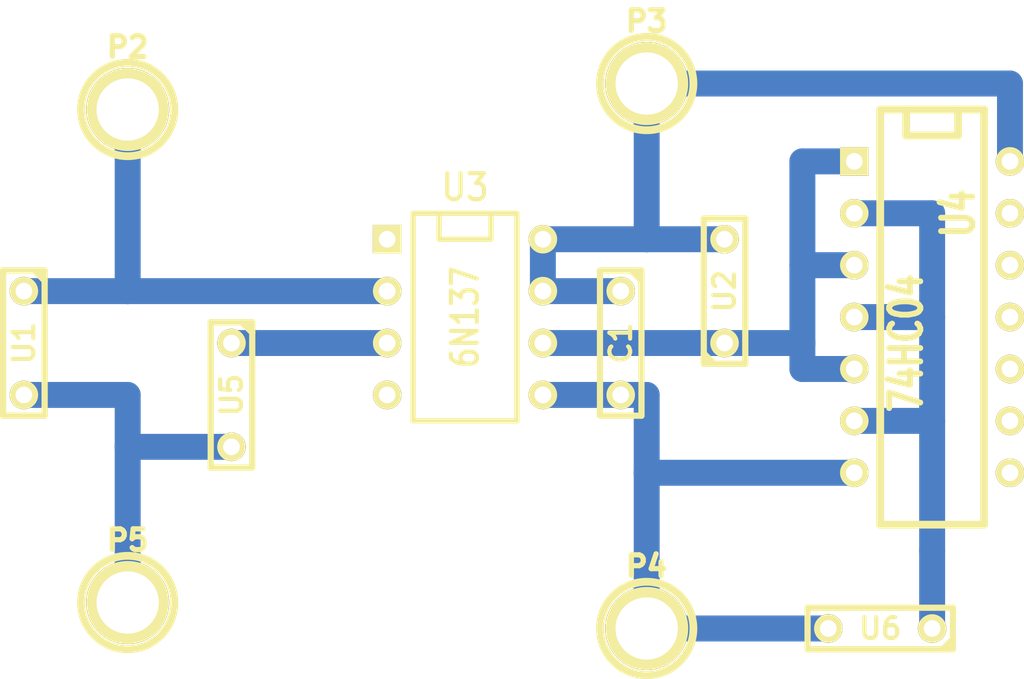
<source format=kicad_pcb>
(kicad_pcb (version 3) (host pcbnew "(2013-07-07 BZR 4022)-stable")

  (general
    (links 21)
    (no_connects 0)
    (area 44.297599 25.273 94.9325 59.563)
    (thickness 1.6)
    (drawings 0)
    (tracks 38)
    (zones 0)
    (modules 11)
    (nets 8)
  )

  (page A3)
  (layers
    (15 F.Cu signal)
    (0 B.Cu signal)
    (16 B.Adhes user)
    (17 F.Adhes user)
    (18 B.Paste user)
    (19 F.Paste user)
    (20 B.SilkS user)
    (21 F.SilkS user)
    (22 B.Mask user)
    (23 F.Mask user)
    (24 Dwgs.User user)
    (25 Cmts.User user)
    (26 Eco1.User user)
    (27 Eco2.User user)
    (28 Edge.Cuts user)
  )

  (setup
    (last_trace_width 1.27)
    (user_trace_width 1.27)
    (trace_clearance 0.254)
    (zone_clearance 0.508)
    (zone_45_only no)
    (trace_min 0.254)
    (segment_width 0.2)
    (edge_width 0.1)
    (via_size 0.889)
    (via_drill 0.635)
    (via_min_size 0.889)
    (via_min_drill 0.508)
    (uvia_size 0.508)
    (uvia_drill 0.127)
    (uvias_allowed no)
    (uvia_min_size 0.508)
    (uvia_min_drill 0.127)
    (pcb_text_width 0.3)
    (pcb_text_size 1.5 1.5)
    (mod_edge_width 0.15)
    (mod_text_size 1 1)
    (mod_text_width 0.15)
    (pad_size 1.5 1.5)
    (pad_drill 0.6)
    (pad_to_mask_clearance 0)
    (aux_axis_origin 0 0)
    (visible_elements 7FFFFFFF)
    (pcbplotparams
      (layerselection 3178497)
      (usegerberextensions true)
      (excludeedgelayer true)
      (linewidth 0.150000)
      (plotframeref false)
      (viasonmask false)
      (mode 1)
      (useauxorigin false)
      (hpglpennumber 1)
      (hpglpenspeed 20)
      (hpglpendiameter 15)
      (hpglpenoverlay 2)
      (psnegative false)
      (psa4output false)
      (plotreference true)
      (plotvalue true)
      (plotothertext true)
      (plotinvisibletext false)
      (padsonsilk false)
      (subtractmaskfromsilk false)
      (outputformat 1)
      (mirror false)
      (drillshape 1)
      (scaleselection 1)
      (outputdirectory ""))
  )

  (net 0 "")
  (net 1 "/GPIF (+3.3V)")
  (net 2 GND)
  (net 3 GNDPWR)
  (net 4 N-000001)
  (net 5 N-0000010)
  (net 6 N-000003)
  (net 7 VCC)

  (net_class Default "This is the default net class."
    (clearance 0.254)
    (trace_width 0.254)
    (via_dia 0.889)
    (via_drill 0.635)
    (uvia_dia 0.508)
    (uvia_drill 0.127)
    (add_net "")
    (add_net "/GPIF (+3.3V)")
    (add_net GND)
    (add_net GNDPWR)
    (add_net N-000001)
    (add_net N-0000010)
    (add_net N-000003)
    (add_net VCC)
  )

  (module DIP-8__300 (layer F.Cu) (tedit 43A7F843) (tstamp 53459900)
    (at 67.31 40.64 270)
    (descr "8 pins DIL package, round pads")
    (tags DIL)
    (path /5341E4CE)
    (fp_text reference U3 (at -6.35 0 360) (layer F.SilkS)
      (effects (font (size 1.27 1.143) (thickness 0.2032)))
    )
    (fp_text value 6N137 (at 0 0 270) (layer F.SilkS)
      (effects (font (size 1.27 1.016) (thickness 0.2032)))
    )
    (fp_line (start -5.08 -1.27) (end -3.81 -1.27) (layer F.SilkS) (width 0.254))
    (fp_line (start -3.81 -1.27) (end -3.81 1.27) (layer F.SilkS) (width 0.254))
    (fp_line (start -3.81 1.27) (end -5.08 1.27) (layer F.SilkS) (width 0.254))
    (fp_line (start -5.08 -2.54) (end 5.08 -2.54) (layer F.SilkS) (width 0.254))
    (fp_line (start 5.08 -2.54) (end 5.08 2.54) (layer F.SilkS) (width 0.254))
    (fp_line (start 5.08 2.54) (end -5.08 2.54) (layer F.SilkS) (width 0.254))
    (fp_line (start -5.08 2.54) (end -5.08 -2.54) (layer F.SilkS) (width 0.254))
    (pad 1 thru_hole rect (at -3.81 3.81 270) (size 1.397 1.397) (drill 0.8128)
      (layers *.Cu *.Mask F.SilkS)
    )
    (pad 2 thru_hole circle (at -1.27 3.81 270) (size 1.397 1.397) (drill 0.8128)
      (layers *.Cu *.Mask F.SilkS)
      (net 1 "/GPIF (+3.3V)")
    )
    (pad 3 thru_hole circle (at 1.27 3.81 270) (size 1.397 1.397) (drill 0.8128)
      (layers *.Cu *.Mask F.SilkS)
      (net 4 N-000001)
    )
    (pad 4 thru_hole circle (at 3.81 3.81 270) (size 1.397 1.397) (drill 0.8128)
      (layers *.Cu *.Mask F.SilkS)
    )
    (pad 5 thru_hole circle (at 3.81 -3.81 270) (size 1.397 1.397) (drill 0.8128)
      (layers *.Cu *.Mask F.SilkS)
      (net 2 GND)
    )
    (pad 6 thru_hole circle (at 1.27 -3.81 270) (size 1.397 1.397) (drill 0.8128)
      (layers *.Cu *.Mask F.SilkS)
      (net 5 N-0000010)
    )
    (pad 7 thru_hole circle (at -1.27 -3.81 270) (size 1.397 1.397) (drill 0.8128)
      (layers *.Cu *.Mask F.SilkS)
      (net 7 VCC)
    )
    (pad 8 thru_hole circle (at -3.81 -3.81 270) (size 1.397 1.397) (drill 0.8128)
      (layers *.Cu *.Mask F.SilkS)
      (net 7 VCC)
    )
    (model dil/dil_8.wrl
      (at (xyz 0 0 0))
      (scale (xyz 1 1 1))
      (rotate (xyz 0 0 0))
    )
  )

  (module DIP-14__300 (layer F.Cu) (tedit 200000) (tstamp 53459919)
    (at 90.17 40.64 270)
    (descr "14 pins DIL package, round pads")
    (tags DIL)
    (path /5341F9FA)
    (fp_text reference U4 (at -5.08 -1.27 270) (layer F.SilkS)
      (effects (font (size 1.524 1.143) (thickness 0.3048)))
    )
    (fp_text value 74HC04 (at 1.27 1.27 270) (layer F.SilkS)
      (effects (font (size 1.524 1.143) (thickness 0.3048)))
    )
    (fp_line (start -10.16 -2.54) (end 10.16 -2.54) (layer F.SilkS) (width 0.381))
    (fp_line (start 10.16 2.54) (end -10.16 2.54) (layer F.SilkS) (width 0.381))
    (fp_line (start -10.16 2.54) (end -10.16 -2.54) (layer F.SilkS) (width 0.381))
    (fp_line (start -10.16 -1.27) (end -8.89 -1.27) (layer F.SilkS) (width 0.381))
    (fp_line (start -8.89 -1.27) (end -8.89 1.27) (layer F.SilkS) (width 0.381))
    (fp_line (start -8.89 1.27) (end -10.16 1.27) (layer F.SilkS) (width 0.381))
    (fp_line (start 10.16 -2.54) (end 10.16 2.54) (layer F.SilkS) (width 0.381))
    (pad 1 thru_hole rect (at -7.62 3.81 270) (size 1.397 1.397) (drill 0.8128)
      (layers *.Cu *.Mask F.SilkS)
      (net 5 N-0000010)
    )
    (pad 2 thru_hole circle (at -5.08 3.81 270) (size 1.397 1.397) (drill 0.8128)
      (layers *.Cu *.Mask F.SilkS)
      (net 6 N-000003)
    )
    (pad 3 thru_hole circle (at -2.54 3.81 270) (size 1.397 1.397) (drill 0.8128)
      (layers *.Cu *.Mask F.SilkS)
      (net 5 N-0000010)
    )
    (pad 4 thru_hole circle (at 0 3.81 270) (size 1.397 1.397) (drill 0.8128)
      (layers *.Cu *.Mask F.SilkS)
      (net 6 N-000003)
    )
    (pad 5 thru_hole circle (at 2.54 3.81 270) (size 1.397 1.397) (drill 0.8128)
      (layers *.Cu *.Mask F.SilkS)
      (net 5 N-0000010)
    )
    (pad 6 thru_hole circle (at 5.08 3.81 270) (size 1.397 1.397) (drill 0.8128)
      (layers *.Cu *.Mask F.SilkS)
      (net 6 N-000003)
    )
    (pad 7 thru_hole circle (at 7.62 3.81 270) (size 1.397 1.397) (drill 0.8128)
      (layers *.Cu *.Mask F.SilkS)
      (net 2 GND)
    )
    (pad 8 thru_hole circle (at 7.62 -3.81 270) (size 1.397 1.397) (drill 0.8128)
      (layers *.Cu *.Mask F.SilkS)
    )
    (pad 9 thru_hole circle (at 5.08 -3.81 270) (size 1.397 1.397) (drill 0.8128)
      (layers *.Cu *.Mask F.SilkS)
    )
    (pad 10 thru_hole circle (at 2.54 -3.81 270) (size 1.397 1.397) (drill 0.8128)
      (layers *.Cu *.Mask F.SilkS)
    )
    (pad 11 thru_hole circle (at 0 -3.81 270) (size 1.397 1.397) (drill 0.8128)
      (layers *.Cu *.Mask F.SilkS)
    )
    (pad 12 thru_hole circle (at -2.54 -3.81 270) (size 1.397 1.397) (drill 0.8128)
      (layers *.Cu *.Mask F.SilkS)
    )
    (pad 13 thru_hole circle (at -5.08 -3.81 270) (size 1.397 1.397) (drill 0.8128)
      (layers *.Cu *.Mask F.SilkS)
    )
    (pad 14 thru_hole circle (at -7.62 -3.81 270) (size 1.397 1.397) (drill 0.8128)
      (layers *.Cu *.Mask F.SilkS)
      (net 7 VCC)
    )
    (model dil/dil_14.wrl
      (at (xyz 0 0 0))
      (scale (xyz 1 1 1))
      (rotate (xyz 0 0 0))
    )
  )

  (module C2 (layer F.Cu) (tedit 200000) (tstamp 53459924)
    (at 74.93 41.91 270)
    (descr "Condensateur = 2 pas")
    (tags C)
    (path /5341F87D)
    (fp_text reference C1 (at 0 0 270) (layer F.SilkS)
      (effects (font (size 1.016 1.016) (thickness 0.2032)))
    )
    (fp_text value 0.1u (at 0 0 270) (layer F.SilkS) hide
      (effects (font (size 1.016 1.016) (thickness 0.2032)))
    )
    (fp_line (start -3.556 -1.016) (end 3.556 -1.016) (layer F.SilkS) (width 0.3048))
    (fp_line (start 3.556 -1.016) (end 3.556 1.016) (layer F.SilkS) (width 0.3048))
    (fp_line (start 3.556 1.016) (end -3.556 1.016) (layer F.SilkS) (width 0.3048))
    (fp_line (start -3.556 1.016) (end -3.556 -1.016) (layer F.SilkS) (width 0.3048))
    (fp_line (start -3.556 -0.508) (end -3.048 -1.016) (layer F.SilkS) (width 0.3048))
    (pad 1 thru_hole circle (at -2.54 0 270) (size 1.397 1.397) (drill 0.8128)
      (layers *.Cu *.Mask F.SilkS)
      (net 7 VCC)
    )
    (pad 2 thru_hole circle (at 2.54 0 270) (size 1.397 1.397) (drill 0.8128)
      (layers *.Cu *.Mask F.SilkS)
      (net 2 GND)
    )
    (model discret/capa_2pas_5x5mm.wrl
      (at (xyz 0 0 0))
      (scale (xyz 1 1 1))
      (rotate (xyz 0 0 0))
    )
  )

  (module C2 (layer F.Cu) (tedit 200000) (tstamp 5345992F)
    (at 80.01 39.37 90)
    (descr "Condensateur = 2 pas")
    (tags C)
    (path /5341FB11)
    (fp_text reference U2 (at 0 0 90) (layer F.SilkS)
      (effects (font (size 1.016 1.016) (thickness 0.2032)))
    )
    (fp_text value R_Pull-up (at 0 0 90) (layer F.SilkS) hide
      (effects (font (size 1.016 1.016) (thickness 0.2032)))
    )
    (fp_line (start -3.556 -1.016) (end 3.556 -1.016) (layer F.SilkS) (width 0.3048))
    (fp_line (start 3.556 -1.016) (end 3.556 1.016) (layer F.SilkS) (width 0.3048))
    (fp_line (start 3.556 1.016) (end -3.556 1.016) (layer F.SilkS) (width 0.3048))
    (fp_line (start -3.556 1.016) (end -3.556 -1.016) (layer F.SilkS) (width 0.3048))
    (fp_line (start -3.556 -0.508) (end -3.048 -1.016) (layer F.SilkS) (width 0.3048))
    (pad 1 thru_hole circle (at -2.54 0 90) (size 1.397 1.397) (drill 0.8128)
      (layers *.Cu *.Mask F.SilkS)
      (net 5 N-0000010)
    )
    (pad 2 thru_hole circle (at 2.54 0 90) (size 1.397 1.397) (drill 0.8128)
      (layers *.Cu *.Mask F.SilkS)
      (net 7 VCC)
    )
    (model discret/capa_2pas_5x5mm.wrl
      (at (xyz 0 0 0))
      (scale (xyz 1 1 1))
      (rotate (xyz 0 0 0))
    )
  )

  (module C2 (layer F.Cu) (tedit 5345998C) (tstamp 5345993A)
    (at 87.63 55.88 180)
    (descr "Condensateur = 2 pas")
    (tags C)
    (path /5341FC11)
    (fp_text reference U6 (at 0 0 180) (layer F.SilkS)
      (effects (font (size 1.016 1.016) (thickness 0.2032)))
    )
    (fp_text value TP_Salida (at 0 0 180) (layer F.SilkS) hide
      (effects (font (size 1.016 1.016) (thickness 0.2032)))
    )
    (fp_line (start -3.556 -1.016) (end 3.556 -1.016) (layer F.SilkS) (width 0.3048))
    (fp_line (start 3.556 -1.016) (end 3.556 1.016) (layer F.SilkS) (width 0.3048))
    (fp_line (start 3.556 1.016) (end -3.556 1.016) (layer F.SilkS) (width 0.3048))
    (fp_line (start -3.556 1.016) (end -3.556 -1.016) (layer F.SilkS) (width 0.3048))
    (fp_line (start -3.556 -0.508) (end -3.048 -1.016) (layer F.SilkS) (width 0.3048))
    (pad 1 thru_hole circle (at -2.54 0 180) (size 1.397 1.397) (drill 0.8128)
      (layers *.Cu *.Mask F.SilkS)
      (net 6 N-000003)
    )
    (pad 2 thru_hole circle (at 2.54 0 180) (size 1.397 1.397) (drill 0.8128)
      (layers *.Cu *.Mask F.SilkS)
      (net 2 GND)
    )
    (model discret/capa_2pas_5x5mm.wrl
      (at (xyz 0 0 0))
      (scale (xyz 1 1 1))
      (rotate (xyz 0 0 0))
    )
  )

  (module C2 (layer F.Cu) (tedit 53459962) (tstamp 53459945)
    (at 55.88 44.45 270)
    (descr "Condensateur = 2 pas")
    (tags C)
    (path /5342021B)
    (fp_text reference U5 (at 0 0 270) (layer F.SilkS)
      (effects (font (size 1.016 1.016) (thickness 0.2032)))
    )
    (fp_text value "R_lim y TP_in_I" (at 0 0 270) (layer F.SilkS) hide
      (effects (font (size 1.016 1.016) (thickness 0.2032)))
    )
    (fp_line (start -3.556 -1.016) (end 3.556 -1.016) (layer F.SilkS) (width 0.3048))
    (fp_line (start 3.556 -1.016) (end 3.556 1.016) (layer F.SilkS) (width 0.3048))
    (fp_line (start 3.556 1.016) (end -3.556 1.016) (layer F.SilkS) (width 0.3048))
    (fp_line (start -3.556 1.016) (end -3.556 -1.016) (layer F.SilkS) (width 0.3048))
    (fp_line (start -3.556 -0.508) (end -3.048 -1.016) (layer F.SilkS) (width 0.3048))
    (pad 1 thru_hole circle (at -2.54 0 270) (size 1.397 1.397) (drill 0.8128)
      (layers *.Cu *.Mask F.SilkS)
      (net 4 N-000001)
    )
    (pad 2 thru_hole circle (at 2.54 0 270) (size 1.397 1.397) (drill 0.8128)
      (layers *.Cu *.Mask F.SilkS)
      (net 3 GNDPWR)
    )
    (model discret/capa_2pas_5x5mm.wrl
      (at (xyz 0 0 0))
      (scale (xyz 1 1 1))
      (rotate (xyz 0 0 0))
    )
  )

  (module C2 (layer F.Cu) (tedit 200000) (tstamp 53459950)
    (at 45.72 41.91 270)
    (descr "Condensateur = 2 pas")
    (tags C)
    (path /534598C6)
    (fp_text reference U1 (at 0 0 270) (layer F.SilkS)
      (effects (font (size 1.016 1.016) (thickness 0.2032)))
    )
    (fp_text value TP_in_V (at 0 0 270) (layer F.SilkS) hide
      (effects (font (size 1.016 1.016) (thickness 0.2032)))
    )
    (fp_line (start -3.556 -1.016) (end 3.556 -1.016) (layer F.SilkS) (width 0.3048))
    (fp_line (start 3.556 -1.016) (end 3.556 1.016) (layer F.SilkS) (width 0.3048))
    (fp_line (start 3.556 1.016) (end -3.556 1.016) (layer F.SilkS) (width 0.3048))
    (fp_line (start -3.556 1.016) (end -3.556 -1.016) (layer F.SilkS) (width 0.3048))
    (fp_line (start -3.556 -0.508) (end -3.048 -1.016) (layer F.SilkS) (width 0.3048))
    (pad 1 thru_hole circle (at -2.54 0 270) (size 1.397 1.397) (drill 0.8128)
      (layers *.Cu *.Mask F.SilkS)
      (net 1 "/GPIF (+3.3V)")
    )
    (pad 2 thru_hole circle (at 2.54 0 270) (size 1.397 1.397) (drill 0.8128)
      (layers *.Cu *.Mask F.SilkS)
      (net 3 GNDPWR)
    )
    (model discret/capa_2pas_5x5mm.wrl
      (at (xyz 0 0 0))
      (scale (xyz 1 1 1))
      (rotate (xyz 0 0 0))
    )
  )

  (module 1pin (layer F.Cu) (tedit 200000) (tstamp 53459956)
    (at 50.8 30.48)
    (descr "module 1 pin (ou trou mecanique de percage)")
    (tags DEV)
    (path /5342E6F9)
    (fp_text reference P2 (at 0 -3.048) (layer F.SilkS)
      (effects (font (size 1.016 1.016) (thickness 0.254)))
    )
    (fp_text value CONN_1 (at 0 2.794) (layer F.SilkS) hide
      (effects (font (size 1.016 1.016) (thickness 0.254)))
    )
    (fp_circle (center 0 0) (end 0 -2.286) (layer F.SilkS) (width 0.381))
    (pad 1 thru_hole circle (at 0 0) (size 4.064 4.064) (drill 3.048)
      (layers *.Cu *.Mask F.SilkS)
      (net 1 "/GPIF (+3.3V)")
    )
  )

  (module 1pin (layer F.Cu) (tedit 200000) (tstamp 5345995C)
    (at 50.8 54.61)
    (descr "module 1 pin (ou trou mecanique de percage)")
    (tags DEV)
    (path /5342E708)
    (fp_text reference P5 (at 0 -3.048) (layer F.SilkS)
      (effects (font (size 1.016 1.016) (thickness 0.254)))
    )
    (fp_text value CONN_1 (at 0 2.794) (layer F.SilkS) hide
      (effects (font (size 1.016 1.016) (thickness 0.254)))
    )
    (fp_circle (center 0 0) (end 0 -2.286) (layer F.SilkS) (width 0.381))
    (pad 1 thru_hole circle (at 0 0) (size 4.064 4.064) (drill 3.048)
      (layers *.Cu *.Mask F.SilkS)
      (net 3 GNDPWR)
    )
  )

  (module 1pin (layer F.Cu) (tedit 200000) (tstamp 53459962)
    (at 76.2 29.21)
    (descr "module 1 pin (ou trou mecanique de percage)")
    (tags DEV)
    (path /5342E717)
    (fp_text reference P3 (at 0 -3.048) (layer F.SilkS)
      (effects (font (size 1.016 1.016) (thickness 0.254)))
    )
    (fp_text value CONN_1 (at 0 2.794) (layer F.SilkS) hide
      (effects (font (size 1.016 1.016) (thickness 0.254)))
    )
    (fp_circle (center 0 0) (end 0 -2.286) (layer F.SilkS) (width 0.381))
    (pad 1 thru_hole circle (at 0 0) (size 4.064 4.064) (drill 3.048)
      (layers *.Cu *.Mask F.SilkS)
      (net 7 VCC)
    )
  )

  (module 1pin (layer F.Cu) (tedit 200000) (tstamp 53459968)
    (at 76.2 55.88)
    (descr "module 1 pin (ou trou mecanique de percage)")
    (tags DEV)
    (path /5342E726)
    (fp_text reference P4 (at 0 -3.048) (layer F.SilkS)
      (effects (font (size 1.016 1.016) (thickness 0.254)))
    )
    (fp_text value CONN_1 (at 0 2.794) (layer F.SilkS) hide
      (effects (font (size 1.016 1.016) (thickness 0.254)))
    )
    (fp_circle (center 0 0) (end 0 -2.286) (layer F.SilkS) (width 0.381))
    (pad 1 thru_hole circle (at 0 0) (size 4.064 4.064) (drill 3.048)
      (layers *.Cu *.Mask F.SilkS)
      (net 2 GND)
    )
  )

  (segment (start 50.8 39.37) (end 63.5 39.37) (width 1.27) (layer B.Cu) (net 1))
  (segment (start 50.8 30.48) (end 50.8 39.37) (width 1.27) (layer B.Cu) (net 1))
  (segment (start 50.8 39.37) (end 45.72 39.37) (width 1.27) (layer B.Cu) (net 1) (tstamp 53459AC5))
  (segment (start 85.09 55.88) (end 76.2 55.88) (width 1.27) (layer B.Cu) (net 2))
  (segment (start 86.36 48.26) (end 76.2 48.26) (width 1.27) (layer B.Cu) (net 2))
  (segment (start 76.2 55.88) (end 76.2 48.26) (width 1.27) (layer B.Cu) (net 2))
  (segment (start 76.2 48.26) (end 76.2 44.45) (width 1.27) (layer B.Cu) (net 2) (tstamp 53459AE0))
  (segment (start 76.2 44.45) (end 74.93 44.45) (width 1.27) (layer B.Cu) (net 2) (tstamp 53459ADA))
  (segment (start 74.93 44.45) (end 71.12 44.45) (width 1.27) (layer B.Cu) (net 2) (tstamp 53459ADB))
  (segment (start 50.8 46.99) (end 50.8 54.61) (width 1.27) (layer B.Cu) (net 3))
  (segment (start 45.72 44.45) (end 50.8 44.45) (width 1.27) (layer B.Cu) (net 3))
  (segment (start 50.8 46.99) (end 55.88 46.99) (width 1.27) (layer B.Cu) (net 3) (tstamp 53459ACB))
  (segment (start 50.8 44.45) (end 50.8 46.99) (width 1.27) (layer B.Cu) (net 3) (tstamp 53459ACA))
  (segment (start 63.5 41.91) (end 55.88 41.91) (width 1.27) (layer B.Cu) (net 4))
  (segment (start 71.12 41.91) (end 78.74 41.91) (width 1.27) (layer B.Cu) (net 5))
  (segment (start 78.74 41.91) (end 80.01 41.91) (width 1.27) (layer B.Cu) (net 5) (tstamp 53459AED))
  (segment (start 86.36 38.1) (end 83.82 38.1) (width 1.27) (layer B.Cu) (net 5))
  (segment (start 86.36 43.18) (end 83.82 43.18) (width 1.27) (layer B.Cu) (net 5))
  (segment (start 83.82 43.18) (end 83.82 41.91) (width 1.27) (layer B.Cu) (net 5) (tstamp 53459AE6))
  (segment (start 80.01 41.91) (end 83.82 41.91) (width 1.27) (layer B.Cu) (net 5))
  (segment (start 83.82 33.02) (end 86.36 33.02) (width 1.27) (layer B.Cu) (net 5) (tstamp 53459AE3))
  (segment (start 83.82 41.91) (end 83.82 38.1) (width 1.27) (layer B.Cu) (net 5) (tstamp 53459AE2))
  (segment (start 83.82 38.1) (end 83.82 33.02) (width 1.27) (layer B.Cu) (net 5) (tstamp 53459AEB))
  (segment (start 90.17 55.88) (end 90.17 52.07) (width 1.27) (layer B.Cu) (net 6))
  (segment (start 90.17 52.07) (end 90.17 45.72) (width 1.27) (layer B.Cu) (net 6) (tstamp 53459AF7))
  (segment (start 86.36 40.64) (end 88.9 40.64) (width 1.27) (layer B.Cu) (net 6))
  (segment (start 88.9 40.64) (end 90.17 40.64) (width 1.27) (layer B.Cu) (net 6) (tstamp 53459AF9))
  (segment (start 86.36 45.72) (end 90.17 45.72) (width 1.27) (layer B.Cu) (net 6))
  (segment (start 86.36 35.56) (end 90.17 35.56) (width 1.27) (layer B.Cu) (net 6))
  (segment (start 90.17 35.56) (end 90.17 40.64) (width 1.27) (layer B.Cu) (net 6) (tstamp 53459AF1))
  (segment (start 90.17 40.64) (end 90.17 45.72) (width 1.27) (layer B.Cu) (net 6) (tstamp 53459AFC))
  (segment (start 93.98 33.02) (end 93.98 29.21) (width 1.27) (layer B.Cu) (net 7) (status 400000))
  (segment (start 93.98 29.21) (end 76.2 29.21) (width 1.27) (layer B.Cu) (net 7) (tstamp 53459CC6) (status 800000))
  (segment (start 71.12 39.37) (end 71.12 36.83) (width 1.27) (layer B.Cu) (net 7) (status C00000))
  (segment (start 71.12 39.37) (end 74.93 39.37) (width 1.27) (layer B.Cu) (net 7))
  (segment (start 76.2 36.83) (end 71.12 36.83) (width 1.27) (layer B.Cu) (net 7))
  (segment (start 80.01 36.83) (end 76.2 36.83) (width 1.27) (layer B.Cu) (net 7))
  (segment (start 76.2 36.83) (end 76.2 29.21) (width 1.27) (layer B.Cu) (net 7))

)

</source>
